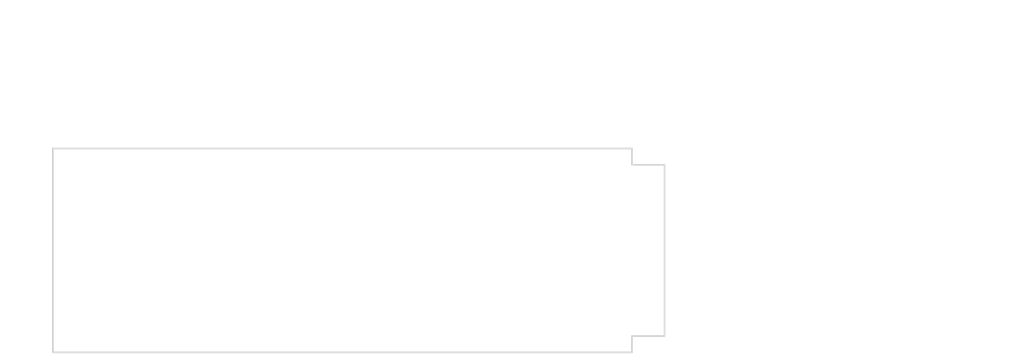
<source format=kicad_pcb>
(kicad_pcb (version 20241229) (generator "pcbnew") (generator_version "9.0")
  (title_block (date "2025-03-10") (rev "1.0") (comment 4 "by : Charles-Ariel Dion & Jacob Turcotte"))
  (layers (0 "F.Cu" signal) (2 "B.Cu" signal) (13 "F.Paste" user) (15 "B.Paste" user) (5 "F.SilkS" user "F.Silkscreen") (7 "B.SilkS" user "B.Silkscreen") (1 "F.Mask" user) (3 "B.Mask" user) (25 "Edge.Cuts" user))
  (net 0 "")
  (footprint "MountingHole:MountingHole_2.2mm_M2" (layer "F.Cu") (at 126 50)
    (property "Reference" "REF**" (hide yes))
    (property "Value" "MountingHole_2.2mm_M2")
    (pad "" np_thru_hole circle (at 0 0) (size 2.2 2.2) (drill 2.2) (layers "*.Cu" "*.Mask"))
  )
  (footprint "MountingHole:MountingHole_2.2mm_M2" (layer "F.Cu") (at 69.5 69)
    (property "Reference" "REF**" (hide yes))
    (property "Value" "MountingHole_2.2mm_M2")
    (pad "" np_thru_hole circle (at 0 0) (size 2.2 2.2) (drill 2.2) (layers "*.Cu" "*.Mask"))
  )
  (footprint "MountingHole:MountingHole_2.2mm_M2" (layer "F.Cu") (at 126 69)
    (property "Reference" "REF**" (hide yes))
    (property "Value" "MountingHole_2.2mm_M2")
    (pad "" np_thru_hole circle (at 0 0) (size 2.2 2.2) (drill 2.2) (layers "*.Cu" "*.Mask"))
  )
  (footprint "MountingHole:MountingHole_2.2mm_M2" (layer "F.Cu") (at 69.5 50)
    (property "Reference" "REF**" (hide yes))
    (property "Value" "MountingHole_2.2mm_M2")
    (pad "" np_thru_hole circle (at 0 0) (size 2.2 2.2) (drill 2.2) (layers "*.Cu" "*.Mask"))
  )
  (gr_line (start 66.5 47) (end 137.5 47) (stroke (width 0.2)) (layer "Edge.Cuts"))
  (gr_line (start 137.5 72) (end 137.5 70) (stroke (width 0.2)) (layer "Edge.Cuts"))
  (gr_line (start 66.5 72) (end 137.5 72) (stroke (width 0.2)) (layer "Edge.Cuts"))
  (gr_line (start 137.5 47) (end 137.5 49) (stroke (width 0.2)) (layer "Edge.Cuts"))
  (gr_line (start 66.5 47) (end 66.5 72) (stroke (width 0.2)) (layer "Edge.Cuts"))
  (gr_line (start 137.5 70) (end 141.5 70) (stroke (width 0.2)) (layer "Edge.Cuts"))
  (gr_line (start 137.5 49) (end 141.5 49) (stroke (width 0.2)) (layer "Edge.Cuts"))
  (gr_line (start 141.5 70) (end 141.5 49) (stroke (width 0.2)) (layer "Edge.Cuts"))
)
</source>
